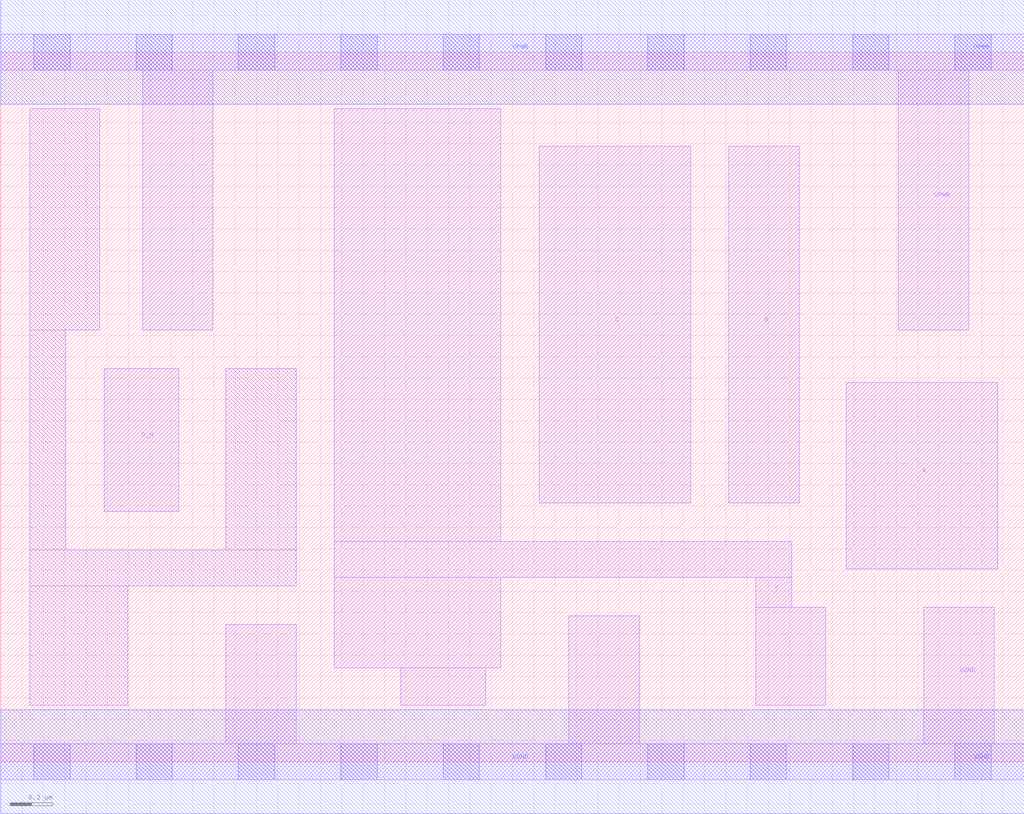
<source format=lef>
# Copyright 2020 The SkyWater PDK Authors
#
# Licensed under the Apache License, Version 2.0 (the "License");
# you may not use this file except in compliance with the License.
# You may obtain a copy of the License at
#
#     https://www.apache.org/licenses/LICENSE-2.0
#
# Unless required by applicable law or agreed to in writing, software
# distributed under the License is distributed on an "AS IS" BASIS,
# WITHOUT WARRANTIES OR CONDITIONS OF ANY KIND, either express or implied.
# See the License for the specific language governing permissions and
# limitations under the License.
#
# SPDX-License-Identifier: Apache-2.0

VERSION 5.7 ;
  NAMESCASESENSITIVE ON ;
  NOWIREEXTENSIONATPIN ON ;
  DIVIDERCHAR "/" ;
  BUSBITCHARS "[]" ;
UNITS
  DATABASE MICRONS 200 ;
END UNITS
MACRO sky130_fd_sc_lp__nor4b_lp
  CLASS CORE ;
  SOURCE USER ;
  FOREIGN sky130_fd_sc_lp__nor4b_lp ;
  ORIGIN  0.000000  0.000000 ;
  SIZE  4.800000 BY  3.330000 ;
  SYMMETRY X Y R90 ;
  SITE unit ;
  PIN A
    ANTENNAGATEAREA  0.376000 ;
    DIRECTION INPUT ;
    USE SIGNAL ;
    PORT
      LAYER li1 ;
        RECT 3.965000 0.905000 4.675000 1.780000 ;
    END
  END A
  PIN B
    ANTENNAGATEAREA  0.376000 ;
    DIRECTION INPUT ;
    USE SIGNAL ;
    PORT
      LAYER li1 ;
        RECT 3.415000 1.215000 3.745000 2.890000 ;
    END
  END B
  PIN C
    ANTENNAGATEAREA  0.376000 ;
    DIRECTION INPUT ;
    USE SIGNAL ;
    PORT
      LAYER li1 ;
        RECT 2.525000 1.215000 3.235000 2.890000 ;
    END
  END C
  PIN D_N
    ANTENNAGATEAREA  0.376000 ;
    DIRECTION INPUT ;
    USE SIGNAL ;
    PORT
      LAYER li1 ;
        RECT 0.485000 1.175000 0.835000 1.845000 ;
    END
  END D_N
  PIN Y
    ANTENNADIFFAREA  0.635200 ;
    DIRECTION OUTPUT ;
    USE SIGNAL ;
    PORT
      LAYER li1 ;
        RECT 1.565000 0.440000 2.345000 0.865000 ;
        RECT 1.565000 0.865000 3.710000 1.035000 ;
        RECT 1.565000 1.035000 2.345000 3.065000 ;
        RECT 1.875000 0.265000 2.275000 0.440000 ;
        RECT 3.540000 0.265000 3.870000 0.725000 ;
        RECT 3.540000 0.725000 3.710000 0.865000 ;
    END
  END Y
  PIN VGND
    DIRECTION INOUT ;
    USE GROUND ;
    PORT
      LAYER li1 ;
        RECT 0.000000 -0.085000 4.800000 0.085000 ;
        RECT 1.055000  0.085000 1.385000 0.645000 ;
        RECT 2.665000  0.085000 2.995000 0.685000 ;
        RECT 4.330000  0.085000 4.660000 0.725000 ;
      LAYER mcon ;
        RECT 0.155000 -0.085000 0.325000 0.085000 ;
        RECT 0.635000 -0.085000 0.805000 0.085000 ;
        RECT 1.115000 -0.085000 1.285000 0.085000 ;
        RECT 1.595000 -0.085000 1.765000 0.085000 ;
        RECT 2.075000 -0.085000 2.245000 0.085000 ;
        RECT 2.555000 -0.085000 2.725000 0.085000 ;
        RECT 3.035000 -0.085000 3.205000 0.085000 ;
        RECT 3.515000 -0.085000 3.685000 0.085000 ;
        RECT 3.995000 -0.085000 4.165000 0.085000 ;
        RECT 4.475000 -0.085000 4.645000 0.085000 ;
      LAYER met1 ;
        RECT 0.000000 -0.245000 4.800000 0.245000 ;
    END
  END VGND
  PIN VPWR
    DIRECTION INOUT ;
    USE POWER ;
    PORT
      LAYER li1 ;
        RECT 0.000000 3.245000 4.800000 3.415000 ;
        RECT 0.665000 2.025000 0.995000 3.245000 ;
        RECT 4.210000 2.025000 4.540000 3.245000 ;
      LAYER mcon ;
        RECT 0.155000 3.245000 0.325000 3.415000 ;
        RECT 0.635000 3.245000 0.805000 3.415000 ;
        RECT 1.115000 3.245000 1.285000 3.415000 ;
        RECT 1.595000 3.245000 1.765000 3.415000 ;
        RECT 2.075000 3.245000 2.245000 3.415000 ;
        RECT 2.555000 3.245000 2.725000 3.415000 ;
        RECT 3.035000 3.245000 3.205000 3.415000 ;
        RECT 3.515000 3.245000 3.685000 3.415000 ;
        RECT 3.995000 3.245000 4.165000 3.415000 ;
        RECT 4.475000 3.245000 4.645000 3.415000 ;
      LAYER met1 ;
        RECT 0.000000 3.085000 4.800000 3.575000 ;
    END
  END VPWR
  OBS
    LAYER li1 ;
      RECT 0.135000 0.265000 0.595000 0.825000 ;
      RECT 0.135000 0.825000 1.385000 0.995000 ;
      RECT 0.135000 0.995000 0.305000 2.025000 ;
      RECT 0.135000 2.025000 0.465000 3.065000 ;
      RECT 1.055000 0.995000 1.385000 1.845000 ;
  END
END sky130_fd_sc_lp__nor4b_lp

</source>
